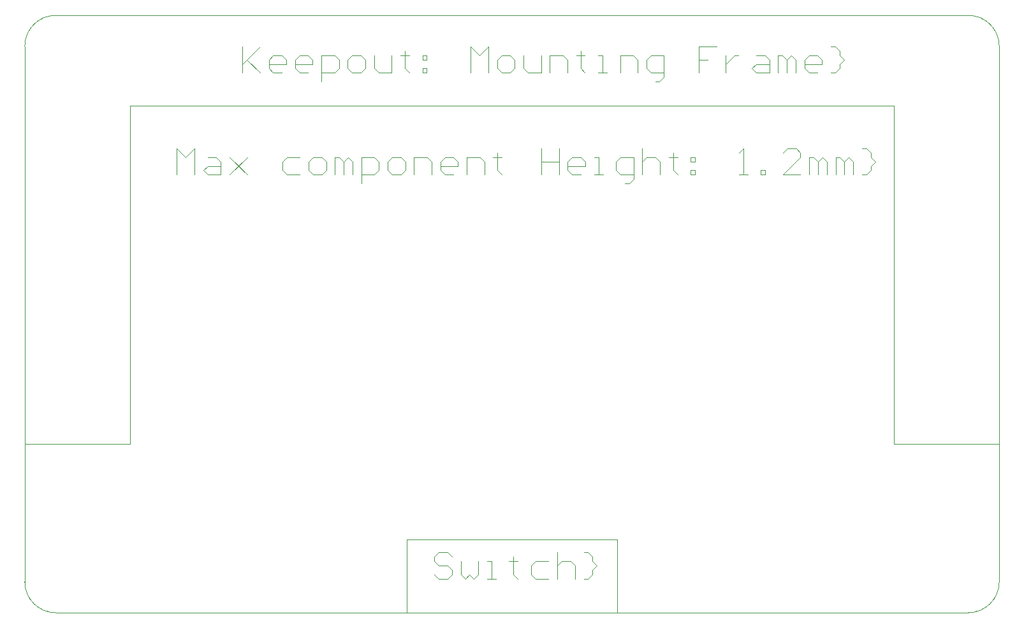
<source format=gm1>
G04*
G04 #@! TF.GenerationSoftware,Altium Limited,Altium Designer,24.5.2 (23)*
G04*
G04 Layer_Color=16711935*
%FSLAX44Y44*%
%MOMM*%
G71*
G04*
G04 #@! TF.SameCoordinates,DF3C02B5-3F0F-4488-AB2D-F481A5C04937*
G04*
G04*
G04 #@! TF.FilePolarity,Positive*
G04*
G01*
G75*
%ADD27C,0.1000*%
D27*
X1253000Y0D02*
G03*
X1294000Y41000I0J41000D01*
G01*
Y753000D02*
G03*
X1253000Y794000I-41000J0D01*
G01*
X41000D02*
G03*
X0Y753000I0J-41000D01*
G01*
Y41000D02*
G03*
X41000Y0I41000J0D01*
G01*
X787000D02*
Y97000D01*
Y0D02*
X1253000D01*
X0Y41000D02*
Y224000D01*
Y753000D01*
X41000Y794000D02*
X1253000D01*
X1154000Y224000D02*
X1294000D01*
X507000Y0D02*
X787000D01*
X507000Y97000D02*
X787000D01*
X140000Y674000D02*
X1154000D01*
X507000Y0D02*
Y97000D01*
X41000Y0D02*
X507000D01*
X140000Y224000D02*
Y674000D01*
X0Y224000D02*
X140000D01*
X1294000Y41000D02*
Y224000D01*
X1154000D02*
Y674000D01*
X1294000Y224000D02*
Y753000D01*
X567326Y74157D02*
X561494Y79989D01*
X549832D01*
X544000Y74157D01*
Y68326D01*
X549832Y62494D01*
X561494D01*
X567326Y56663D01*
Y50831D01*
X561494Y45000D01*
X549832D01*
X544000Y50831D01*
X578989Y68326D02*
Y50831D01*
X584820Y45000D01*
X590652Y50831D01*
X596483Y45000D01*
X602314Y50831D01*
Y68326D01*
X613977Y45000D02*
X625640D01*
X619809D01*
Y68326D01*
X613977D01*
X648966Y74157D02*
Y68326D01*
X643135D01*
X654798D01*
X648966D01*
Y50831D01*
X654798Y45000D01*
X695618Y68326D02*
X678123D01*
X672292Y62494D01*
Y50831D01*
X678123Y45000D01*
X695618D01*
X707281Y79989D02*
Y45000D01*
Y62494D01*
X713112Y68326D01*
X724775D01*
X730606Y62494D01*
Y45000D01*
X742269Y79989D02*
X748101D01*
X753932Y74157D01*
Y68326D01*
X759764Y62494D01*
X753932Y56663D01*
Y50831D01*
X748101Y45000D01*
X742269D01*
X289000Y752652D02*
Y717663D01*
Y729326D01*
X312326Y752652D01*
X294832Y735157D01*
X312326Y717663D01*
X341483D02*
X329820D01*
X323989Y723494D01*
Y735157D01*
X329820Y740989D01*
X341483D01*
X347314Y735157D01*
Y729326D01*
X323989D01*
X376472Y717663D02*
X364809D01*
X358977Y723494D01*
Y735157D01*
X364809Y740989D01*
X376472D01*
X382303Y735157D01*
Y729326D01*
X358977D01*
X393966Y706000D02*
Y740989D01*
X411460D01*
X417292Y735157D01*
Y723494D01*
X411460Y717663D01*
X393966D01*
X434786D02*
X446449D01*
X452281Y723494D01*
Y735157D01*
X446449Y740989D01*
X434786D01*
X428955Y735157D01*
Y723494D01*
X434786Y717663D01*
X463943Y740989D02*
Y723494D01*
X469775Y717663D01*
X487269D01*
Y740989D01*
X504764Y746820D02*
Y740989D01*
X498932D01*
X510595D01*
X504764D01*
Y723494D01*
X510595Y717663D01*
X528089Y740989D02*
X533921D01*
Y735157D01*
X528089D01*
Y740989D01*
Y723494D02*
X533921D01*
Y717663D01*
X528089D01*
Y723494D01*
X592235Y717663D02*
Y752652D01*
X603898Y740989D01*
X615561Y752652D01*
Y717663D01*
X633056D02*
X644718D01*
X650550Y723494D01*
Y735157D01*
X644718Y740989D01*
X633056D01*
X627224Y735157D01*
Y723494D01*
X633056Y717663D01*
X662213Y740989D02*
Y723494D01*
X668044Y717663D01*
X685539D01*
Y740989D01*
X697202Y717663D02*
Y740989D01*
X714696D01*
X720527Y735157D01*
Y717663D01*
X738022Y746820D02*
Y740989D01*
X732190D01*
X743853D01*
X738022D01*
Y723494D01*
X743853Y717663D01*
X761348D02*
X773010D01*
X767179D01*
Y740989D01*
X761348D01*
X790505Y717663D02*
Y740989D01*
X807999D01*
X813830Y735157D01*
Y717663D01*
X837156Y706000D02*
X842988D01*
X848819Y711831D01*
Y740989D01*
X831325D01*
X825493Y735157D01*
Y723494D01*
X831325Y717663D01*
X848819D01*
X918797Y752652D02*
X895471D01*
Y735157D01*
X907134D01*
X895471D01*
Y717663D01*
X930460Y740989D02*
Y717663D01*
Y729326D01*
X936291Y735157D01*
X942122Y740989D01*
X947954D01*
X971280D02*
X982943D01*
X988774Y735157D01*
Y717663D01*
X971280D01*
X965448Y723494D01*
X971280Y729326D01*
X988774D01*
X1000437Y717663D02*
Y740989D01*
X1006268D01*
X1012100Y735157D01*
Y717663D01*
Y735157D01*
X1017931Y740989D01*
X1023763Y735157D01*
Y717663D01*
X1052920D02*
X1041257D01*
X1035426Y723494D01*
Y735157D01*
X1041257Y740989D01*
X1052920D01*
X1058751Y735157D01*
Y729326D01*
X1035426D01*
X1070414Y752652D02*
X1076246D01*
X1082077Y746820D01*
Y740989D01*
X1087909Y735157D01*
X1082077Y729326D01*
Y723494D01*
X1076246Y717663D01*
X1070414D01*
X202000Y582163D02*
Y617152D01*
X213663Y605489D01*
X225326Y617152D01*
Y582163D01*
X242820Y605489D02*
X254483D01*
X260315Y599657D01*
Y582163D01*
X242820D01*
X236989Y587994D01*
X242820Y593826D01*
X260315D01*
X271977Y605489D02*
X295303Y582163D01*
X283640Y593826D01*
X295303Y605489D01*
X271977Y582163D01*
X365281Y605489D02*
X347786D01*
X341955Y599657D01*
Y587994D01*
X347786Y582163D01*
X365281D01*
X382775D02*
X394438D01*
X400269Y587994D01*
Y599657D01*
X394438Y605489D01*
X382775D01*
X376944Y599657D01*
Y587994D01*
X382775Y582163D01*
X411932D02*
Y605489D01*
X417764D01*
X423595Y599657D01*
Y582163D01*
Y599657D01*
X429427Y605489D01*
X435258Y599657D01*
Y582163D01*
X446921Y570500D02*
Y605489D01*
X464415D01*
X470247Y599657D01*
Y587994D01*
X464415Y582163D01*
X446921D01*
X487741D02*
X499404D01*
X505235Y587994D01*
Y599657D01*
X499404Y605489D01*
X487741D01*
X481910Y599657D01*
Y587994D01*
X487741Y582163D01*
X516898D02*
Y605489D01*
X534393D01*
X540224Y599657D01*
Y582163D01*
X569381D02*
X557719D01*
X551887Y587994D01*
Y599657D01*
X557719Y605489D01*
X569381D01*
X575213Y599657D01*
Y593826D01*
X551887D01*
X586876Y582163D02*
Y605489D01*
X604370D01*
X610201Y599657D01*
Y582163D01*
X627696Y611320D02*
Y605489D01*
X621864D01*
X633527D01*
X627696D01*
Y587994D01*
X633527Y582163D01*
X686010Y617152D02*
Y582163D01*
Y599657D01*
X709336D01*
Y617152D01*
Y582163D01*
X738493D02*
X726831D01*
X720999Y587994D01*
Y599657D01*
X726831Y605489D01*
X738493D01*
X744325Y599657D01*
Y593826D01*
X720999D01*
X755988Y582163D02*
X767651D01*
X761819D01*
Y605489D01*
X755988D01*
X796808Y570500D02*
X802639D01*
X808471Y576331D01*
Y605489D01*
X790976D01*
X785145Y599657D01*
Y587994D01*
X790976Y582163D01*
X808471D01*
X820134Y617152D02*
Y582163D01*
Y599657D01*
X825965Y605489D01*
X837628D01*
X843459Y599657D01*
Y582163D01*
X860954Y611320D02*
Y605489D01*
X855122D01*
X866785D01*
X860954D01*
Y587994D01*
X866785Y582163D01*
X884280Y605489D02*
X890111D01*
Y599657D01*
X884280D01*
Y605489D01*
Y587994D02*
X890111D01*
Y582163D01*
X884280D01*
Y587994D01*
X948426Y582163D02*
X960089D01*
X954257D01*
Y617152D01*
X948426Y611320D01*
X977583Y582163D02*
Y587994D01*
X983414D01*
Y582163D01*
X977583D01*
X1030066D02*
X1006740D01*
X1030066Y605489D01*
Y611320D01*
X1024234Y617152D01*
X1012572D01*
X1006740Y611320D01*
X1041729Y582163D02*
Y605489D01*
X1047560D01*
X1053392Y599657D01*
Y582163D01*
Y599657D01*
X1059223Y605489D01*
X1065055Y599657D01*
Y582163D01*
X1076718D02*
Y605489D01*
X1082549D01*
X1088380Y599657D01*
Y582163D01*
Y599657D01*
X1094212Y605489D01*
X1100043Y599657D01*
Y582163D01*
X1111706Y617152D02*
X1117538D01*
X1123369Y611320D01*
Y605489D01*
X1129201Y599657D01*
X1123369Y593826D01*
Y587994D01*
X1117538Y582163D01*
X1111706D01*
M02*

</source>
